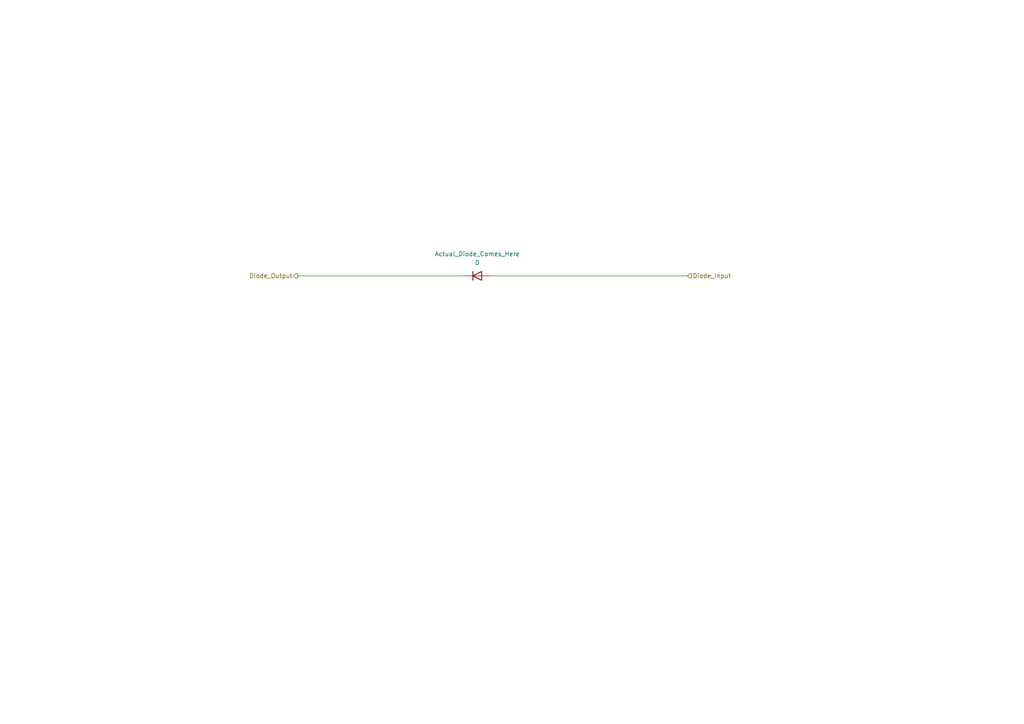
<source format=kicad_sch>
(kicad_sch (version 20231120) (generator "eeschema") (generator_version "8.0")
  (paper "A4")
  (lib_symbols
    (symbol "Device:D" (pin_numbers hide) (pin_names (offset 1.016) hide)
      (property "Reference" "D" (at 0 2.54 0))
      (property "Value" "D" (at 0 -2.54 0))
      (symbol "D_0_1"
        (polyline (pts (xy -1.27 1.27) (xy -1.27 -1.27)) (stroke (width 0.254)))
        (polyline (pts (xy 1.27 0) (xy -1.27 0)))
        (polyline (pts (xy 1.27 1.27) (xy 1.27 -1.27) (xy -1.27 0) (xy 1.27 1.27)) (stroke (width 0.254)))
      )
      (symbol "D_1_1"
        (pin passive line (at -3.81 0 0) (length 2.54) (name "K") (number "1"))
        (pin passive line (at 3.81 0 180) (length 2.54) (name "A") (number "2"))
      )
    )
  )
  (wire (pts (xy 142.24 80.01) (xy 199.39 80.01)))
  (wire (pts (xy 86.36 80.01) (xy 134.62 80.01)))
  (hierarchical_label "Diode_Input" (shape input) (at 199.39 80.01 0))
  (hierarchical_label "Diode_Output" (shape output) (at 86.36 80.01 180))
  (symbol (lib_id "Device:D") (at 138.43 80.01 0) (unit 1)
    (property "Reference" "Actual_Diode_Comes_Here" (at 138.43 73.66 0))
    (property "Value" "D" (at 138.43 76.2 0))
    (property "Description" "Diode" (effects (hide yes)))
    (property "Sim.Device" "D" (effects (hide yes)))
    (property "Sim.Pins" "1=K 2=A" (effects (hide yes)))
  )
)
</source>
